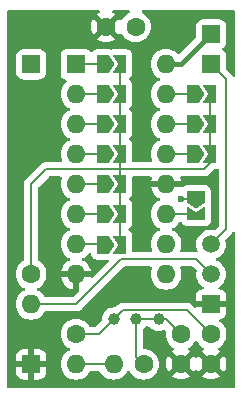
<source format=gbr>
%TF.GenerationSoftware,KiCad,Pcbnew,8.0.6*%
%TF.CreationDate,2024-11-20T20:55:38+11:00*%
%TF.ProjectId,clock-divider,636c6f63-6b2d-4646-9976-696465722e6b,1*%
%TF.SameCoordinates,Original*%
%TF.FileFunction,Copper,L2,Bot*%
%TF.FilePolarity,Positive*%
%FSLAX46Y46*%
G04 Gerber Fmt 4.6, Leading zero omitted, Abs format (unit mm)*
G04 Created by KiCad (PCBNEW 8.0.6) date 2024-11-20 20:55:38*
%MOMM*%
%LPD*%
G01*
G04 APERTURE LIST*
G04 Aperture macros list*
%AMRoundRect*
0 Rectangle with rounded corners*
0 $1 Rounding radius*
0 $2 $3 $4 $5 $6 $7 $8 $9 X,Y pos of 4 corners*
0 Add a 4 corners polygon primitive as box body*
4,1,4,$2,$3,$4,$5,$6,$7,$8,$9,$2,$3,0*
0 Add four circle primitives for the rounded corners*
1,1,$1+$1,$2,$3*
1,1,$1+$1,$4,$5*
1,1,$1+$1,$6,$7*
1,1,$1+$1,$8,$9*
0 Add four rect primitives between the rounded corners*
20,1,$1+$1,$2,$3,$4,$5,0*
20,1,$1+$1,$4,$5,$6,$7,0*
20,1,$1+$1,$6,$7,$8,$9,0*
20,1,$1+$1,$8,$9,$2,$3,0*%
%AMFreePoly0*
4,1,6,1.000000,0.000000,0.500000,-0.750000,-0.500000,-0.750000,-0.500000,0.750000,0.500000,0.750000,1.000000,0.000000,1.000000,0.000000,$1*%
%AMFreePoly1*
4,1,6,0.500000,-0.750000,-0.650000,-0.750000,-0.150000,0.000000,-0.650000,0.750000,0.500000,0.750000,0.500000,-0.750000,0.500000,-0.750000,$1*%
G04 Aperture macros list end*
%TA.AperFunction,ComponentPad*%
%ADD10R,1.600000X1.600000*%
%TD*%
%TA.AperFunction,ComponentPad*%
%ADD11O,1.600000X1.600000*%
%TD*%
%TA.AperFunction,ComponentPad*%
%ADD12RoundRect,0.250000X-0.550000X-0.550000X0.550000X-0.550000X0.550000X0.550000X-0.550000X0.550000X0*%
%TD*%
%TA.AperFunction,ComponentPad*%
%ADD13C,1.600000*%
%TD*%
%TA.AperFunction,ComponentPad*%
%ADD14R,1.500000X1.500000*%
%TD*%
%TA.AperFunction,ComponentPad*%
%ADD15C,1.500000*%
%TD*%
%TA.AperFunction,ComponentPad*%
%ADD16C,1.000000*%
%TD*%
%TA.AperFunction,SMDPad,CuDef*%
%ADD17FreePoly0,0.000000*%
%TD*%
%TA.AperFunction,SMDPad,CuDef*%
%ADD18FreePoly1,0.000000*%
%TD*%
%TA.AperFunction,SMDPad,CuDef*%
%ADD19FreePoly0,270.000000*%
%TD*%
%TA.AperFunction,SMDPad,CuDef*%
%ADD20FreePoly1,270.000000*%
%TD*%
%TA.AperFunction,ViaPad*%
%ADD21C,0.600000*%
%TD*%
%TA.AperFunction,Conductor*%
%ADD22C,0.200000*%
%TD*%
%TA.AperFunction,Conductor*%
%ADD23C,0.400000*%
%TD*%
G04 APERTURE END LIST*
D10*
%TO.P,U1,1,Q12*%
%TO.N,Net-(JP8-A)*%
X67310000Y-76200000D03*
D11*
%TO.P,U1,2,Q13*%
%TO.N,Net-(JP9-A)*%
X67310000Y-78740000D03*
%TO.P,U1,3,Q14*%
%TO.N,Net-(JP10-A)*%
X67310000Y-81280000D03*
%TO.P,U1,4,Q6*%
%TO.N,Net-(JP3-A)*%
X67310000Y-83820000D03*
%TO.P,U1,5,Q5*%
%TO.N,Net-(JP2-A)*%
X67310000Y-86360000D03*
%TO.P,U1,6,Q7*%
%TO.N,Net-(JP4-A)*%
X67310000Y-88900000D03*
%TO.P,U1,7,Q4*%
%TO.N,Net-(JP1-A)*%
X67310000Y-91440000D03*
%TO.P,U1,8,VSS*%
%TO.N,GND*%
X67310000Y-93980000D03*
%TO.P,U1,9,~{\u03A60}*%
%TO.N,unconnected-(U1-~{\u03A60}-Pad9)*%
X74930000Y-93980000D03*
%TO.P,U1,10,\u03A60*%
%TO.N,Net-(U1-\u03A60)*%
X74930000Y-91440000D03*
%TO.P,U1,11,~{\u03A61}*%
%TO.N,Net-(JP11-B)*%
X74930000Y-88900000D03*
%TO.P,U1,12,CLR*%
%TO.N,GND*%
X74930000Y-86360000D03*
%TO.P,U1,13,Q9*%
%TO.N,Net-(JP6-A)*%
X74930000Y-83820000D03*
%TO.P,U1,14,Q8*%
%TO.N,Net-(JP5-A)*%
X74930000Y-81280000D03*
%TO.P,U1,15,Q10*%
%TO.N,Net-(JP7-A)*%
X74930000Y-78740000D03*
%TO.P,U1,16,VDD*%
%TO.N,+5V*%
X74930000Y-76200000D03*
%TD*%
D12*
%TO.P,J2,1,Pin_1*%
%TO.N,+5V*%
X78740000Y-73660000D03*
%TD*%
%TO.P,J3,1,Pin_1*%
%TO.N,Net-(J3-Pin_1)*%
X63500000Y-76200000D03*
%TD*%
D13*
%TO.P,C3,1*%
%TO.N,+5V*%
X72350000Y-73025000D03*
%TO.P,C3,2*%
%TO.N,GND*%
X69850000Y-73025000D03*
%TD*%
%TO.P,R3,1*%
%TO.N,Net-(JP1-B)*%
X63500000Y-93980000D03*
D11*
%TO.P,R3,2*%
%TO.N,Net-(Q1-B)*%
X63500000Y-96520000D03*
%TD*%
D14*
%TO.P,Q1,1,E*%
%TO.N,GND*%
X78740000Y-96520000D03*
D15*
%TO.P,Q1,2,B*%
%TO.N,Net-(Q1-B)*%
X78740000Y-93980000D03*
%TO.P,Q1,3,C*%
%TO.N,Net-(J4-Pin_1)*%
X78740000Y-91440000D03*
%TD*%
D12*
%TO.P,J1,1,Pin_1*%
%TO.N,GND*%
X63500000Y-101600000D03*
%TD*%
D13*
%TO.P,R2,1*%
%TO.N,Net-(C1-Pad1)*%
X73025000Y-101600000D03*
D11*
%TO.P,R2,2*%
%TO.N,Net-(U1-\u03A60)*%
X70485000Y-101600000D03*
%TD*%
D13*
%TO.P,C1,1*%
%TO.N,Net-(C1-Pad1)*%
X76200000Y-99060000D03*
%TO.P,C1,2*%
%TO.N,GND*%
X76200000Y-101560000D03*
%TD*%
D16*
%TO.P,Y1,1,1*%
%TO.N,Net-(JP11-B)*%
X70485000Y-97790000D03*
%TO.P,Y1,2,2*%
%TO.N,Net-(C1-Pad1)*%
X72385000Y-97790000D03*
X74295000Y-97790000D03*
%TD*%
D13*
%TO.P,R1,1*%
%TO.N,Net-(JP11-B)*%
X67310000Y-99060000D03*
D11*
%TO.P,R1,2*%
%TO.N,Net-(U1-\u03A60)*%
X67310000Y-101600000D03*
%TD*%
D12*
%TO.P,J4,1,Pin_1*%
%TO.N,Net-(J4-Pin_1)*%
X78740000Y-76200000D03*
%TD*%
D13*
%TO.P,C2,1*%
%TO.N,Net-(JP11-B)*%
X78740000Y-99060000D03*
%TO.P,C2,2*%
%TO.N,GND*%
X78740000Y-101560000D03*
%TD*%
D17*
%TO.P,JP5,1,A*%
%TO.N,Net-(JP5-A)*%
X77220000Y-81280000D03*
D18*
%TO.P,JP5,2,B*%
%TO.N,Net-(JP1-B)*%
X78670000Y-81280000D03*
%TD*%
D19*
%TO.P,JP11,1,A*%
%TO.N,Net-(J3-Pin_1)*%
X77470000Y-87450000D03*
D20*
%TO.P,JP11,2,B*%
%TO.N,Net-(JP11-B)*%
X77470000Y-88900000D03*
%TD*%
D17*
%TO.P,JP9,1,A*%
%TO.N,Net-(JP9-A)*%
X69600000Y-78740000D03*
D18*
%TO.P,JP9,2,B*%
%TO.N,Net-(JP1-B)*%
X71050000Y-78740000D03*
%TD*%
D17*
%TO.P,JP4,1,A*%
%TO.N,Net-(JP4-A)*%
X69600000Y-88900000D03*
D18*
%TO.P,JP4,2,B*%
%TO.N,Net-(JP1-B)*%
X71050000Y-88900000D03*
%TD*%
D17*
%TO.P,JP1,1,A*%
%TO.N,Net-(JP1-A)*%
X69600000Y-91490000D03*
D18*
%TO.P,JP1,2,B*%
%TO.N,Net-(JP1-B)*%
X71050000Y-91490000D03*
%TD*%
D17*
%TO.P,JP3,1,A*%
%TO.N,Net-(JP3-A)*%
X69600000Y-83820000D03*
D18*
%TO.P,JP3,2,B*%
%TO.N,Net-(JP1-B)*%
X71050000Y-83820000D03*
%TD*%
D17*
%TO.P,JP8,1,A*%
%TO.N,Net-(JP8-A)*%
X69600000Y-76200000D03*
D18*
%TO.P,JP8,2,B*%
%TO.N,Net-(JP1-B)*%
X71050000Y-76200000D03*
%TD*%
D17*
%TO.P,JP10,1,A*%
%TO.N,Net-(JP10-A)*%
X69600000Y-81280000D03*
D18*
%TO.P,JP10,2,B*%
%TO.N,Net-(JP1-B)*%
X71050000Y-81280000D03*
%TD*%
D17*
%TO.P,JP2,1,A*%
%TO.N,Net-(JP2-A)*%
X69600000Y-86360000D03*
D18*
%TO.P,JP2,2,B*%
%TO.N,Net-(JP1-B)*%
X71050000Y-86360000D03*
%TD*%
D17*
%TO.P,JP6,1,A*%
%TO.N,Net-(JP6-A)*%
X77220000Y-83820000D03*
D18*
%TO.P,JP6,2,B*%
%TO.N,Net-(JP1-B)*%
X78670000Y-83820000D03*
%TD*%
D17*
%TO.P,JP7,1,A*%
%TO.N,Net-(JP7-A)*%
X77220000Y-78740000D03*
D18*
%TO.P,JP7,2,B*%
%TO.N,Net-(JP1-B)*%
X78670000Y-78740000D03*
%TD*%
D21*
%TO.N,Net-(J3-Pin_1)*%
X76200000Y-87630000D03*
%TD*%
D22*
%TO.N,Net-(U1-\u03A60)*%
X67310000Y-101600000D02*
X70485000Y-101600000D01*
%TO.N,Net-(C1-Pad1)*%
X72385000Y-100960000D02*
X73025000Y-101600000D01*
X74930000Y-97790000D02*
X74295000Y-97790000D01*
X76200000Y-99060000D02*
X74930000Y-97790000D01*
X72385000Y-97790000D02*
X72385000Y-100960000D01*
X74295000Y-97790000D02*
X72385000Y-97790000D01*
D23*
%TO.N,+5V*%
X74680000Y-76215000D02*
X76185000Y-76215000D01*
X76185000Y-76215000D02*
X78740000Y-73660000D01*
D22*
%TO.N,Net-(JP1-B)*%
X78670000Y-83820000D02*
X78670000Y-84575000D01*
X78670000Y-78740000D02*
X78670000Y-83820000D01*
X64770000Y-85090000D02*
X71120000Y-85090000D01*
X63500000Y-93980000D02*
X63500000Y-86360000D01*
X71120000Y-85090000D02*
X71050000Y-85090000D01*
X78155000Y-85090000D02*
X71120000Y-85090000D01*
X63500000Y-86360000D02*
X64770000Y-85090000D01*
X71050000Y-91490000D02*
X71050000Y-85160000D01*
X71050000Y-85160000D02*
X71120000Y-85090000D01*
X71050000Y-76200000D02*
X71050000Y-85090000D01*
X78670000Y-84575000D02*
X78155000Y-85090000D01*
%TO.N,Net-(JP1-A)*%
X67060000Y-91455000D02*
X69565000Y-91455000D01*
X69565000Y-91455000D02*
X69600000Y-91490000D01*
%TO.N,Net-(JP2-A)*%
X67060000Y-86375000D02*
X69585000Y-86375000D01*
X69585000Y-86375000D02*
X69600000Y-86360000D01*
%TO.N,Net-(JP3-A)*%
X69585000Y-83835000D02*
X69600000Y-83820000D01*
X67060000Y-83835000D02*
X69585000Y-83835000D01*
%TO.N,Net-(JP4-A)*%
X67060000Y-88915000D02*
X69585000Y-88915000D01*
X69585000Y-88915000D02*
X69600000Y-88900000D01*
%TO.N,Net-(JP5-A)*%
X74680000Y-81295000D02*
X77205000Y-81295000D01*
X77205000Y-81295000D02*
X77220000Y-81280000D01*
%TO.N,Net-(JP6-A)*%
X74680000Y-83835000D02*
X77205000Y-83835000D01*
X77205000Y-83835000D02*
X77220000Y-83820000D01*
%TO.N,Net-(JP7-A)*%
X77205000Y-78755000D02*
X77220000Y-78740000D01*
X74680000Y-78755000D02*
X77205000Y-78755000D01*
%TO.N,Net-(JP8-A)*%
X67060000Y-76215000D02*
X69585000Y-76215000D01*
X69585000Y-76215000D02*
X69600000Y-76200000D01*
%TO.N,Net-(JP9-A)*%
X69585000Y-78755000D02*
X69600000Y-78740000D01*
X67060000Y-78755000D02*
X69585000Y-78755000D01*
%TO.N,Net-(JP10-A)*%
X67060000Y-81295000D02*
X69585000Y-81295000D01*
X69585000Y-81295000D02*
X69600000Y-81280000D01*
%TO.N,Net-(J3-Pin_1)*%
X76200000Y-87630000D02*
X77290000Y-87630000D01*
X77290000Y-87630000D02*
X77470000Y-87450000D01*
%TO.N,Net-(Q1-B)*%
X63500000Y-96520000D02*
X67340686Y-96520000D01*
X67340686Y-96520000D02*
X71150686Y-92710000D01*
X77470000Y-92710000D02*
X78740000Y-93980000D01*
X71150686Y-92710000D02*
X77470000Y-92710000D01*
%TO.N,Net-(J4-Pin_1)*%
X80010000Y-90170000D02*
X78740000Y-91440000D01*
X78740000Y-76200000D02*
X80010000Y-77470000D01*
X80010000Y-77470000D02*
X80010000Y-90170000D01*
%TO.N,Net-(JP11-B)*%
X69220000Y-99060000D02*
X70490000Y-97790000D01*
X70490000Y-97790000D02*
X71290000Y-96990000D01*
X76670000Y-96990000D02*
X78740000Y-99060000D01*
X77470000Y-88900000D02*
X74695000Y-88900000D01*
X71290000Y-96990000D02*
X76670000Y-96990000D01*
X67310000Y-99060000D02*
X69220000Y-99060000D01*
%TD*%
%TA.AperFunction,Conductor*%
%TO.N,GND*%
G36*
X69293609Y-71640185D02*
G01*
X69339364Y-71692989D01*
X69349308Y-71762147D01*
X69320283Y-71825703D01*
X69278974Y-71856882D01*
X69197520Y-71894864D01*
X69197512Y-71894868D01*
X69124526Y-71945973D01*
X69124526Y-71945974D01*
X69803553Y-72625000D01*
X69797339Y-72625000D01*
X69695606Y-72652259D01*
X69604394Y-72704920D01*
X69529920Y-72779394D01*
X69477259Y-72870606D01*
X69450000Y-72972339D01*
X69450000Y-72978552D01*
X68770974Y-72299526D01*
X68770973Y-72299526D01*
X68719868Y-72372512D01*
X68719866Y-72372516D01*
X68623734Y-72578673D01*
X68623730Y-72578682D01*
X68564860Y-72798389D01*
X68564858Y-72798400D01*
X68545034Y-73024997D01*
X68545034Y-73025002D01*
X68564858Y-73251599D01*
X68564860Y-73251610D01*
X68623730Y-73471317D01*
X68623735Y-73471331D01*
X68719863Y-73677478D01*
X68770974Y-73750472D01*
X69450000Y-73071446D01*
X69450000Y-73077661D01*
X69477259Y-73179394D01*
X69529920Y-73270606D01*
X69604394Y-73345080D01*
X69695606Y-73397741D01*
X69797339Y-73425000D01*
X69803553Y-73425000D01*
X69124526Y-74104025D01*
X69197513Y-74155132D01*
X69197521Y-74155136D01*
X69403668Y-74251264D01*
X69403682Y-74251269D01*
X69623389Y-74310139D01*
X69623400Y-74310141D01*
X69849998Y-74329966D01*
X69850002Y-74329966D01*
X70076599Y-74310141D01*
X70076610Y-74310139D01*
X70296317Y-74251269D01*
X70296331Y-74251264D01*
X70502478Y-74155136D01*
X70575471Y-74104024D01*
X69896447Y-73425000D01*
X69902661Y-73425000D01*
X70004394Y-73397741D01*
X70095606Y-73345080D01*
X70170080Y-73270606D01*
X70222741Y-73179394D01*
X70250000Y-73077661D01*
X70250000Y-73071447D01*
X70929024Y-73750471D01*
X70980134Y-73677481D01*
X70987340Y-73662028D01*
X71033511Y-73609587D01*
X71100704Y-73590433D01*
X71167585Y-73610646D01*
X71212105Y-73662022D01*
X71219430Y-73677730D01*
X71219432Y-73677734D01*
X71349954Y-73864141D01*
X71510858Y-74025045D01*
X71510861Y-74025047D01*
X71697266Y-74155568D01*
X71903504Y-74251739D01*
X72123308Y-74310635D01*
X72285230Y-74324801D01*
X72349998Y-74330468D01*
X72350000Y-74330468D01*
X72350002Y-74330468D01*
X72406673Y-74325509D01*
X72576692Y-74310635D01*
X72796496Y-74251739D01*
X73002734Y-74155568D01*
X73189139Y-74025047D01*
X73350047Y-73864139D01*
X73480568Y-73677734D01*
X73576739Y-73471496D01*
X73635635Y-73251692D01*
X73655468Y-73025000D01*
X73635635Y-72798308D01*
X73576739Y-72578504D01*
X73480568Y-72372266D01*
X73350047Y-72185861D01*
X73350045Y-72185858D01*
X73189141Y-72024954D01*
X73002734Y-71894432D01*
X73002732Y-71894431D01*
X72922208Y-71856882D01*
X72869769Y-71810709D01*
X72850617Y-71743516D01*
X72870833Y-71676635D01*
X72923998Y-71631300D01*
X72974613Y-71620500D01*
X80655500Y-71620500D01*
X80722539Y-71640185D01*
X80768294Y-71692989D01*
X80779500Y-71744500D01*
X80779500Y-77139039D01*
X80759815Y-77206078D01*
X80707011Y-77251833D01*
X80637853Y-77261777D01*
X80574297Y-77232752D01*
X80548115Y-77201043D01*
X80540640Y-77188097D01*
X80540637Y-77188092D01*
X80512317Y-77139039D01*
X80490520Y-77101284D01*
X80378716Y-76989480D01*
X80378715Y-76989479D01*
X80374385Y-76985149D01*
X80374374Y-76985139D01*
X80076818Y-76687583D01*
X80043333Y-76626260D01*
X80040499Y-76599902D01*
X80040499Y-75599998D01*
X80040498Y-75599981D01*
X80029999Y-75497203D01*
X80029998Y-75497200D01*
X80007902Y-75430520D01*
X79974814Y-75330666D01*
X79882712Y-75181344D01*
X79758656Y-75057288D01*
X79758655Y-75057287D01*
X79723395Y-75035539D01*
X79676670Y-74983591D01*
X79665447Y-74914629D01*
X79693290Y-74850547D01*
X79723395Y-74824461D01*
X79758656Y-74802712D01*
X79882712Y-74678656D01*
X79974814Y-74529334D01*
X80029999Y-74362797D01*
X80040500Y-74260009D01*
X80040499Y-73059992D01*
X80036924Y-73024999D01*
X80029999Y-72957203D01*
X80029998Y-72957200D01*
X79974814Y-72790666D01*
X79882712Y-72641344D01*
X79758656Y-72517288D01*
X79609334Y-72425186D01*
X79442797Y-72370001D01*
X79442795Y-72370000D01*
X79340010Y-72359500D01*
X78139998Y-72359500D01*
X78139981Y-72359501D01*
X78037203Y-72370000D01*
X78037200Y-72370001D01*
X77870668Y-72425185D01*
X77870663Y-72425187D01*
X77721342Y-72517289D01*
X77597289Y-72641342D01*
X77505187Y-72790663D01*
X77505185Y-72790668D01*
X77502652Y-72798313D01*
X77450001Y-72957203D01*
X77450001Y-72957204D01*
X77450000Y-72957204D01*
X77439500Y-73059983D01*
X77439500Y-73918480D01*
X77419815Y-73985519D01*
X77403181Y-74006161D01*
X76076945Y-75332396D01*
X76015622Y-75365881D01*
X75945930Y-75360897D01*
X75901583Y-75332396D01*
X75769141Y-75199954D01*
X75582734Y-75069432D01*
X75582732Y-75069431D01*
X75376497Y-74973261D01*
X75376488Y-74973258D01*
X75156697Y-74914366D01*
X75156693Y-74914365D01*
X75156692Y-74914365D01*
X75156691Y-74914364D01*
X75156686Y-74914364D01*
X74930002Y-74894532D01*
X74929998Y-74894532D01*
X74703313Y-74914364D01*
X74703302Y-74914366D01*
X74483511Y-74973258D01*
X74483502Y-74973261D01*
X74277267Y-75069431D01*
X74277265Y-75069432D01*
X74090858Y-75199954D01*
X73929954Y-75360858D01*
X73799432Y-75547265D01*
X73799431Y-75547267D01*
X73703261Y-75753502D01*
X73703258Y-75753511D01*
X73644366Y-75973302D01*
X73644364Y-75973313D01*
X73624532Y-76199998D01*
X73624532Y-76200001D01*
X73644364Y-76426686D01*
X73644366Y-76426697D01*
X73703258Y-76646488D01*
X73703261Y-76646497D01*
X73799431Y-76852732D01*
X73799432Y-76852734D01*
X73929954Y-77039141D01*
X74090858Y-77200045D01*
X74090861Y-77200047D01*
X74277266Y-77330568D01*
X74335275Y-77357618D01*
X74387714Y-77403791D01*
X74406866Y-77470984D01*
X74386650Y-77537865D01*
X74335275Y-77582382D01*
X74277267Y-77609431D01*
X74277265Y-77609432D01*
X74090858Y-77739954D01*
X73929954Y-77900858D01*
X73799432Y-78087265D01*
X73799431Y-78087267D01*
X73703261Y-78293502D01*
X73703258Y-78293511D01*
X73644366Y-78513302D01*
X73644364Y-78513313D01*
X73624532Y-78739998D01*
X73624532Y-78740001D01*
X73644364Y-78966686D01*
X73644366Y-78966697D01*
X73703258Y-79186488D01*
X73703261Y-79186497D01*
X73799431Y-79392732D01*
X73799432Y-79392734D01*
X73929954Y-79579141D01*
X74090858Y-79740045D01*
X74090861Y-79740047D01*
X74277266Y-79870568D01*
X74335275Y-79897618D01*
X74387714Y-79943791D01*
X74406866Y-80010984D01*
X74386650Y-80077865D01*
X74335275Y-80122382D01*
X74277267Y-80149431D01*
X74277265Y-80149432D01*
X74090858Y-80279954D01*
X73929954Y-80440858D01*
X73799432Y-80627265D01*
X73799431Y-80627267D01*
X73703261Y-80833502D01*
X73703258Y-80833511D01*
X73644366Y-81053302D01*
X73644364Y-81053313D01*
X73624532Y-81279998D01*
X73624532Y-81280001D01*
X73644364Y-81506686D01*
X73644366Y-81506697D01*
X73703258Y-81726488D01*
X73703261Y-81726497D01*
X73799431Y-81932732D01*
X73799432Y-81932734D01*
X73929954Y-82119141D01*
X74090858Y-82280045D01*
X74090861Y-82280047D01*
X74277266Y-82410568D01*
X74335275Y-82437618D01*
X74387714Y-82483791D01*
X74406866Y-82550984D01*
X74386650Y-82617865D01*
X74335275Y-82662382D01*
X74277267Y-82689431D01*
X74277265Y-82689432D01*
X74090858Y-82819954D01*
X73929954Y-82980858D01*
X73799432Y-83167265D01*
X73799431Y-83167267D01*
X73703261Y-83373502D01*
X73703258Y-83373511D01*
X73644366Y-83593302D01*
X73644364Y-83593313D01*
X73624532Y-83819998D01*
X73624532Y-83820001D01*
X73644364Y-84046686D01*
X73644366Y-84046697D01*
X73703258Y-84266488D01*
X73703261Y-84266497D01*
X73724991Y-84313095D01*
X73735483Y-84382172D01*
X73706964Y-84445956D01*
X73648487Y-84484196D01*
X73612609Y-84489500D01*
X72179500Y-84489500D01*
X72112461Y-84469815D01*
X72066706Y-84417011D01*
X72055500Y-84365500D01*
X72055500Y-83070000D01*
X72050355Y-82998060D01*
X72009819Y-82860008D01*
X71932031Y-82738968D01*
X71823294Y-82644746D01*
X71823292Y-82644745D01*
X71818865Y-82640909D01*
X71781091Y-82582130D01*
X71781091Y-82512261D01*
X71818866Y-82453483D01*
X71833021Y-82442885D01*
X71881032Y-82412031D01*
X71975254Y-82303294D01*
X72035024Y-82172416D01*
X72055500Y-82030000D01*
X72055500Y-80530000D01*
X72050355Y-80458060D01*
X72009819Y-80320008D01*
X71932031Y-80198968D01*
X71823294Y-80104746D01*
X71823292Y-80104745D01*
X71818865Y-80100909D01*
X71781091Y-80042130D01*
X71781091Y-79972261D01*
X71818866Y-79913483D01*
X71833021Y-79902885D01*
X71881032Y-79872031D01*
X71975254Y-79763294D01*
X72035024Y-79632416D01*
X72055500Y-79490000D01*
X72055500Y-77990000D01*
X72050355Y-77918060D01*
X72009819Y-77780008D01*
X71966052Y-77711905D01*
X71932032Y-77658969D01*
X71923777Y-77651816D01*
X71823294Y-77564746D01*
X71823292Y-77564745D01*
X71818865Y-77560909D01*
X71781091Y-77502130D01*
X71781091Y-77432261D01*
X71818866Y-77373483D01*
X71833021Y-77362885D01*
X71881032Y-77332031D01*
X71975254Y-77223294D01*
X72035024Y-77092416D01*
X72055500Y-76950000D01*
X72055500Y-75450000D01*
X72050355Y-75378060D01*
X72045315Y-75360897D01*
X72025237Y-75292517D01*
X72009819Y-75240008D01*
X71972118Y-75181344D01*
X71932032Y-75118969D01*
X71932028Y-75118965D01*
X71823299Y-75024750D01*
X71823297Y-75024748D01*
X71823294Y-75024746D01*
X71823290Y-75024744D01*
X71692419Y-74964976D01*
X71692414Y-74964975D01*
X71550000Y-74944500D01*
X70400000Y-74944500D01*
X70399978Y-74944500D01*
X70319669Y-74950923D01*
X70319658Y-74950925D01*
X70291253Y-74959787D01*
X70236680Y-74964151D01*
X70100000Y-74944500D01*
X69100000Y-74944500D01*
X69099997Y-74944500D01*
X69028059Y-74949644D01*
X68890005Y-74990182D01*
X68768969Y-75067967D01*
X68768969Y-75067968D01*
X68718267Y-75126480D01*
X68659488Y-75164254D01*
X68589619Y-75164253D01*
X68530841Y-75126478D01*
X68525289Y-75119588D01*
X68487741Y-75069431D01*
X68467546Y-75042454D01*
X68467544Y-75042453D01*
X68467544Y-75042452D01*
X68352335Y-74956206D01*
X68352328Y-74956202D01*
X68217482Y-74905908D01*
X68217483Y-74905908D01*
X68157883Y-74899501D01*
X68157881Y-74899500D01*
X68157873Y-74899500D01*
X68157864Y-74899500D01*
X66462129Y-74899500D01*
X66462123Y-74899501D01*
X66402516Y-74905908D01*
X66267671Y-74956202D01*
X66267664Y-74956206D01*
X66152455Y-75042452D01*
X66152452Y-75042455D01*
X66066206Y-75157664D01*
X66066202Y-75157671D01*
X66015908Y-75292517D01*
X66009501Y-75352116D01*
X66009500Y-75352135D01*
X66009500Y-77047870D01*
X66009501Y-77047876D01*
X66015908Y-77107483D01*
X66066202Y-77242328D01*
X66066206Y-77242335D01*
X66152452Y-77357544D01*
X66152455Y-77357547D01*
X66267664Y-77443793D01*
X66267671Y-77443797D01*
X66312618Y-77460561D01*
X66402517Y-77494091D01*
X66437596Y-77497862D01*
X66502144Y-77524599D01*
X66541993Y-77581991D01*
X66544488Y-77651816D01*
X66508836Y-77711905D01*
X66495464Y-77722725D01*
X66470858Y-77739954D01*
X66309954Y-77900858D01*
X66179432Y-78087265D01*
X66179431Y-78087267D01*
X66083261Y-78293502D01*
X66083258Y-78293511D01*
X66024366Y-78513302D01*
X66024364Y-78513313D01*
X66004532Y-78739998D01*
X66004532Y-78740001D01*
X66024364Y-78966686D01*
X66024366Y-78966697D01*
X66083258Y-79186488D01*
X66083261Y-79186497D01*
X66179431Y-79392732D01*
X66179432Y-79392734D01*
X66309954Y-79579141D01*
X66470858Y-79740045D01*
X66470861Y-79740047D01*
X66657266Y-79870568D01*
X66715275Y-79897618D01*
X66767714Y-79943791D01*
X66786866Y-80010984D01*
X66766650Y-80077865D01*
X66715275Y-80122382D01*
X66657267Y-80149431D01*
X66657265Y-80149432D01*
X66470858Y-80279954D01*
X66309954Y-80440858D01*
X66179432Y-80627265D01*
X66179431Y-80627267D01*
X66083261Y-80833502D01*
X66083258Y-80833511D01*
X66024366Y-81053302D01*
X66024364Y-81053313D01*
X66004532Y-81279998D01*
X66004532Y-81280001D01*
X66024364Y-81506686D01*
X66024366Y-81506697D01*
X66083258Y-81726488D01*
X66083261Y-81726497D01*
X66179431Y-81932732D01*
X66179432Y-81932734D01*
X66309954Y-82119141D01*
X66470858Y-82280045D01*
X66470861Y-82280047D01*
X66657266Y-82410568D01*
X66715275Y-82437618D01*
X66767714Y-82483791D01*
X66786866Y-82550984D01*
X66766650Y-82617865D01*
X66715275Y-82662382D01*
X66657267Y-82689431D01*
X66657265Y-82689432D01*
X66470858Y-82819954D01*
X66309954Y-82980858D01*
X66179432Y-83167265D01*
X66179431Y-83167267D01*
X66083261Y-83373502D01*
X66083258Y-83373511D01*
X66024366Y-83593302D01*
X66024364Y-83593313D01*
X66004532Y-83819998D01*
X66004532Y-83820001D01*
X66024364Y-84046686D01*
X66024366Y-84046697D01*
X66083258Y-84266488D01*
X66083261Y-84266497D01*
X66104991Y-84313095D01*
X66115483Y-84382172D01*
X66086964Y-84445956D01*
X66028487Y-84484196D01*
X65992609Y-84489500D01*
X64849057Y-84489500D01*
X64690942Y-84489500D01*
X64538215Y-84530423D01*
X64538214Y-84530423D01*
X64538212Y-84530424D01*
X64538209Y-84530425D01*
X64488096Y-84559359D01*
X64488095Y-84559360D01*
X64444689Y-84584420D01*
X64401285Y-84609479D01*
X64401282Y-84609481D01*
X63019481Y-85991282D01*
X63019479Y-85991285D01*
X62969361Y-86078094D01*
X62969359Y-86078096D01*
X62940425Y-86128209D01*
X62940424Y-86128210D01*
X62940423Y-86128215D01*
X62899499Y-86280943D01*
X62899499Y-86280945D01*
X62899499Y-86449046D01*
X62899500Y-86449059D01*
X62899500Y-92748306D01*
X62879815Y-92815345D01*
X62846623Y-92849881D01*
X62660859Y-92979953D01*
X62499954Y-93140858D01*
X62369432Y-93327265D01*
X62369431Y-93327267D01*
X62273261Y-93533502D01*
X62273258Y-93533511D01*
X62214366Y-93753302D01*
X62214364Y-93753313D01*
X62194532Y-93979998D01*
X62194532Y-93980001D01*
X62214364Y-94206686D01*
X62214366Y-94206697D01*
X62273258Y-94426488D01*
X62273261Y-94426497D01*
X62369431Y-94632732D01*
X62369432Y-94632734D01*
X62499954Y-94819141D01*
X62660858Y-94980045D01*
X62660861Y-94980047D01*
X62847266Y-95110568D01*
X62885406Y-95128353D01*
X62905275Y-95137618D01*
X62957714Y-95183791D01*
X62976866Y-95250984D01*
X62956650Y-95317865D01*
X62905275Y-95362382D01*
X62847267Y-95389431D01*
X62847265Y-95389432D01*
X62660858Y-95519954D01*
X62499954Y-95680858D01*
X62369432Y-95867265D01*
X62369431Y-95867267D01*
X62273261Y-96073502D01*
X62273258Y-96073511D01*
X62214366Y-96293302D01*
X62214364Y-96293313D01*
X62194532Y-96519998D01*
X62194532Y-96520001D01*
X62214364Y-96746686D01*
X62214366Y-96746697D01*
X62273258Y-96966488D01*
X62273261Y-96966497D01*
X62369431Y-97172732D01*
X62369432Y-97172734D01*
X62499954Y-97359141D01*
X62660858Y-97520045D01*
X62660861Y-97520047D01*
X62847266Y-97650568D01*
X63053504Y-97746739D01*
X63273308Y-97805635D01*
X63435230Y-97819801D01*
X63499998Y-97825468D01*
X63500000Y-97825468D01*
X63500002Y-97825468D01*
X63556673Y-97820509D01*
X63726692Y-97805635D01*
X63946496Y-97746739D01*
X64152734Y-97650568D01*
X64339139Y-97520047D01*
X64500047Y-97359139D01*
X64630118Y-97173375D01*
X64684693Y-97129752D01*
X64731692Y-97120500D01*
X67254017Y-97120500D01*
X67254033Y-97120501D01*
X67261629Y-97120501D01*
X67419740Y-97120501D01*
X67419743Y-97120501D01*
X67572471Y-97079577D01*
X67641886Y-97039500D01*
X67709402Y-97000520D01*
X67821206Y-96888716D01*
X67821206Y-96888714D01*
X67831410Y-96878511D01*
X67831413Y-96878506D01*
X71363103Y-93346819D01*
X71424426Y-93313334D01*
X71450784Y-93310500D01*
X73612609Y-93310500D01*
X73679648Y-93330185D01*
X73725403Y-93382989D01*
X73735347Y-93452147D01*
X73724991Y-93486905D01*
X73703261Y-93533502D01*
X73703258Y-93533511D01*
X73644366Y-93753302D01*
X73644364Y-93753313D01*
X73624532Y-93979998D01*
X73624532Y-93980001D01*
X73644364Y-94206686D01*
X73644366Y-94206697D01*
X73703258Y-94426488D01*
X73703261Y-94426497D01*
X73799431Y-94632732D01*
X73799432Y-94632734D01*
X73929954Y-94819141D01*
X74090858Y-94980045D01*
X74090861Y-94980047D01*
X74277266Y-95110568D01*
X74483504Y-95206739D01*
X74703308Y-95265635D01*
X74865230Y-95279801D01*
X74929998Y-95285468D01*
X74930000Y-95285468D01*
X74930002Y-95285468D01*
X74986673Y-95280509D01*
X75156692Y-95265635D01*
X75376496Y-95206739D01*
X75582734Y-95110568D01*
X75769139Y-94980047D01*
X75930047Y-94819139D01*
X76060568Y-94632734D01*
X76156739Y-94426496D01*
X76215635Y-94206692D01*
X76235468Y-93980000D01*
X76215635Y-93753308D01*
X76168693Y-93578117D01*
X76156741Y-93533511D01*
X76156738Y-93533502D01*
X76135009Y-93486905D01*
X76124517Y-93417828D01*
X76153036Y-93354044D01*
X76211513Y-93315804D01*
X76247391Y-93310500D01*
X77169903Y-93310500D01*
X77236942Y-93330185D01*
X77257584Y-93346819D01*
X77488882Y-93578117D01*
X77522367Y-93639440D01*
X77520976Y-93697889D01*
X77503795Y-93762011D01*
X77503792Y-93762029D01*
X77484723Y-93979997D01*
X77484723Y-93980002D01*
X77503793Y-94197975D01*
X77503793Y-94197979D01*
X77560422Y-94409322D01*
X77560424Y-94409326D01*
X77560425Y-94409330D01*
X77606661Y-94508484D01*
X77652897Y-94607638D01*
X77652898Y-94607639D01*
X77778402Y-94786877D01*
X77933123Y-94941598D01*
X78079977Y-95044426D01*
X78123601Y-95099002D01*
X78130793Y-95168501D01*
X78099271Y-95230855D01*
X78039041Y-95266269D01*
X78008852Y-95270000D01*
X77942155Y-95270000D01*
X77882627Y-95276401D01*
X77882620Y-95276403D01*
X77747913Y-95326645D01*
X77747906Y-95326649D01*
X77632812Y-95412809D01*
X77632809Y-95412812D01*
X77546649Y-95527906D01*
X77546645Y-95527913D01*
X77496403Y-95662620D01*
X77496401Y-95662627D01*
X77490000Y-95722155D01*
X77490000Y-96270000D01*
X78424314Y-96270000D01*
X78419920Y-96274394D01*
X78367259Y-96365606D01*
X78340000Y-96467339D01*
X78340000Y-96572661D01*
X78367259Y-96674394D01*
X78419920Y-96765606D01*
X78424314Y-96770000D01*
X77489999Y-96770000D01*
X77482297Y-96777702D01*
X77420974Y-96811187D01*
X77351282Y-96806201D01*
X77306936Y-96777701D01*
X77157590Y-96628355D01*
X77157588Y-96628352D01*
X77038717Y-96509481D01*
X77038716Y-96509480D01*
X76951904Y-96459360D01*
X76951904Y-96459359D01*
X76951900Y-96459358D01*
X76901785Y-96430423D01*
X76749057Y-96389499D01*
X76590943Y-96389499D01*
X76583347Y-96389499D01*
X76583331Y-96389500D01*
X71376669Y-96389500D01*
X71376653Y-96389499D01*
X71369057Y-96389499D01*
X71210943Y-96389499D01*
X71103587Y-96418265D01*
X71058210Y-96430424D01*
X71058209Y-96430425D01*
X71008096Y-96459359D01*
X71008095Y-96459360D01*
X70994275Y-96467339D01*
X70921285Y-96509479D01*
X70921282Y-96509481D01*
X70858103Y-96572661D01*
X70809480Y-96621284D01*
X70809478Y-96621286D01*
X70684078Y-96746686D01*
X70673131Y-96757633D01*
X70611808Y-96791117D01*
X70573298Y-96793354D01*
X70485001Y-96784659D01*
X70485000Y-96784659D01*
X70288870Y-96803975D01*
X70100266Y-96861188D01*
X69926467Y-96954086D01*
X69926460Y-96954090D01*
X69774116Y-97079116D01*
X69649090Y-97231460D01*
X69649086Y-97231467D01*
X69556188Y-97405266D01*
X69498975Y-97593870D01*
X69479659Y-97790000D01*
X69488355Y-97878297D01*
X69475336Y-97946943D01*
X69452633Y-97978131D01*
X69007584Y-98423181D01*
X68946261Y-98456666D01*
X68919903Y-98459500D01*
X68541692Y-98459500D01*
X68474653Y-98439815D01*
X68440119Y-98406625D01*
X68310047Y-98220861D01*
X68310045Y-98220858D01*
X68149141Y-98059954D01*
X67962734Y-97929432D01*
X67962732Y-97929431D01*
X67756497Y-97833261D01*
X67756488Y-97833258D01*
X67536697Y-97774366D01*
X67536693Y-97774365D01*
X67536692Y-97774365D01*
X67536691Y-97774364D01*
X67536686Y-97774364D01*
X67310002Y-97754532D01*
X67309998Y-97754532D01*
X67083313Y-97774364D01*
X67083302Y-97774366D01*
X66863511Y-97833258D01*
X66863502Y-97833261D01*
X66657267Y-97929431D01*
X66657265Y-97929432D01*
X66470858Y-98059954D01*
X66309954Y-98220858D01*
X66179432Y-98407265D01*
X66179431Y-98407267D01*
X66083261Y-98613502D01*
X66083258Y-98613511D01*
X66024366Y-98833302D01*
X66024364Y-98833313D01*
X66004532Y-99059998D01*
X66004532Y-99060001D01*
X66024364Y-99286686D01*
X66024366Y-99286697D01*
X66083258Y-99506488D01*
X66083261Y-99506497D01*
X66179431Y-99712732D01*
X66179432Y-99712734D01*
X66309954Y-99899141D01*
X66470858Y-100060045D01*
X66470861Y-100060047D01*
X66657266Y-100190568D01*
X66715275Y-100217618D01*
X66767714Y-100263791D01*
X66786866Y-100330984D01*
X66766650Y-100397865D01*
X66715275Y-100442382D01*
X66657267Y-100469431D01*
X66657265Y-100469432D01*
X66470858Y-100599954D01*
X66309954Y-100760858D01*
X66179432Y-100947265D01*
X66179431Y-100947267D01*
X66083261Y-101153502D01*
X66083258Y-101153511D01*
X66024366Y-101373302D01*
X66024364Y-101373313D01*
X66004532Y-101599998D01*
X66004532Y-101600001D01*
X66024364Y-101826686D01*
X66024366Y-101826697D01*
X66083258Y-102046488D01*
X66083261Y-102046497D01*
X66179431Y-102252732D01*
X66179432Y-102252734D01*
X66309954Y-102439141D01*
X66470858Y-102600045D01*
X66470861Y-102600047D01*
X66657266Y-102730568D01*
X66863504Y-102826739D01*
X66863509Y-102826740D01*
X66863511Y-102826741D01*
X66916415Y-102840916D01*
X67083308Y-102885635D01*
X67245230Y-102899801D01*
X67309998Y-102905468D01*
X67310000Y-102905468D01*
X67310002Y-102905468D01*
X67372522Y-102899998D01*
X67536692Y-102885635D01*
X67756496Y-102826739D01*
X67962734Y-102730568D01*
X68149139Y-102600047D01*
X68310047Y-102439139D01*
X68440118Y-102253375D01*
X68494693Y-102209752D01*
X68541692Y-102200500D01*
X69253308Y-102200500D01*
X69320347Y-102220185D01*
X69354880Y-102253374D01*
X69440480Y-102375624D01*
X69484954Y-102439141D01*
X69645858Y-102600045D01*
X69645861Y-102600047D01*
X69832266Y-102730568D01*
X70038504Y-102826739D01*
X70038509Y-102826740D01*
X70038511Y-102826741D01*
X70091415Y-102840916D01*
X70258308Y-102885635D01*
X70420230Y-102899801D01*
X70484998Y-102905468D01*
X70485000Y-102905468D01*
X70485002Y-102905468D01*
X70547522Y-102899998D01*
X70711692Y-102885635D01*
X70931496Y-102826739D01*
X71137734Y-102730568D01*
X71324139Y-102600047D01*
X71485047Y-102439139D01*
X71615568Y-102252734D01*
X71642618Y-102194724D01*
X71688790Y-102142285D01*
X71755983Y-102123133D01*
X71822865Y-102143348D01*
X71867382Y-102194725D01*
X71894429Y-102252728D01*
X71894432Y-102252734D01*
X72024954Y-102439141D01*
X72185858Y-102600045D01*
X72185861Y-102600047D01*
X72372266Y-102730568D01*
X72578504Y-102826739D01*
X72578509Y-102826740D01*
X72578511Y-102826741D01*
X72631415Y-102840916D01*
X72798308Y-102885635D01*
X72960230Y-102899801D01*
X73024998Y-102905468D01*
X73025000Y-102905468D01*
X73025002Y-102905468D01*
X73087522Y-102899998D01*
X73251692Y-102885635D01*
X73471496Y-102826739D01*
X73677734Y-102730568D01*
X73864139Y-102600047D01*
X74025047Y-102439139D01*
X74155568Y-102252734D01*
X74251739Y-102046496D01*
X74310635Y-101826692D01*
X74330468Y-101600000D01*
X74326968Y-101560000D01*
X74314352Y-101415795D01*
X74310635Y-101373308D01*
X74251739Y-101153504D01*
X74155568Y-100947266D01*
X74025047Y-100760861D01*
X74025045Y-100760858D01*
X73864141Y-100599954D01*
X73677734Y-100469432D01*
X73677732Y-100469431D01*
X73471497Y-100373261D01*
X73471488Y-100373258D01*
X73251697Y-100314366D01*
X73251687Y-100314364D01*
X73098692Y-100300979D01*
X73033624Y-100275526D01*
X72992645Y-100218935D01*
X72985500Y-100177451D01*
X72985500Y-98650119D01*
X73005185Y-98583080D01*
X73030833Y-98554267D01*
X73095883Y-98500883D01*
X73132171Y-98456666D01*
X73149267Y-98435835D01*
X73207012Y-98396501D01*
X73245120Y-98390500D01*
X73434880Y-98390500D01*
X73501919Y-98410185D01*
X73530733Y-98435835D01*
X73584116Y-98500883D01*
X73736460Y-98625909D01*
X73736467Y-98625913D01*
X73910266Y-98718811D01*
X73910269Y-98718811D01*
X73910273Y-98718814D01*
X74098868Y-98776024D01*
X74295000Y-98795341D01*
X74491132Y-98776024D01*
X74679727Y-98718814D01*
X74737137Y-98688127D01*
X74805537Y-98673886D01*
X74870781Y-98698885D01*
X74912152Y-98755190D01*
X74916515Y-98824923D01*
X74915365Y-98829576D01*
X74914366Y-98833303D01*
X74914364Y-98833313D01*
X74894532Y-99059998D01*
X74894532Y-99060001D01*
X74914364Y-99286686D01*
X74914366Y-99286697D01*
X74973258Y-99506488D01*
X74973261Y-99506497D01*
X75069431Y-99712732D01*
X75069432Y-99712734D01*
X75199954Y-99899141D01*
X75360858Y-100060045D01*
X75360861Y-100060047D01*
X75547266Y-100190568D01*
X75562975Y-100197893D01*
X75615414Y-100244064D01*
X75634567Y-100311257D01*
X75614352Y-100378138D01*
X75562979Y-100422656D01*
X75547514Y-100429867D01*
X75547512Y-100429868D01*
X75474526Y-100480973D01*
X75474526Y-100480974D01*
X76153553Y-101160000D01*
X76147339Y-101160000D01*
X76045606Y-101187259D01*
X75954394Y-101239920D01*
X75879920Y-101314394D01*
X75827259Y-101405606D01*
X75800000Y-101507339D01*
X75800000Y-101513552D01*
X75120974Y-100834526D01*
X75120973Y-100834526D01*
X75069868Y-100907512D01*
X75069866Y-100907516D01*
X74973734Y-101113673D01*
X74973730Y-101113682D01*
X74914860Y-101333389D01*
X74914858Y-101333400D01*
X74895034Y-101559997D01*
X74895034Y-101560002D01*
X74914858Y-101786599D01*
X74914860Y-101786610D01*
X74973730Y-102006317D01*
X74973735Y-102006331D01*
X75069863Y-102212478D01*
X75120974Y-102285472D01*
X75800000Y-101606446D01*
X75800000Y-101612661D01*
X75827259Y-101714394D01*
X75879920Y-101805606D01*
X75954394Y-101880080D01*
X76045606Y-101932741D01*
X76147339Y-101960000D01*
X76153553Y-101960000D01*
X75474526Y-102639025D01*
X75547513Y-102690132D01*
X75547521Y-102690136D01*
X75753668Y-102786264D01*
X75753682Y-102786269D01*
X75973389Y-102845139D01*
X75973400Y-102845141D01*
X76199998Y-102864966D01*
X76200002Y-102864966D01*
X76426599Y-102845141D01*
X76426610Y-102845139D01*
X76646317Y-102786269D01*
X76646331Y-102786264D01*
X76852478Y-102690136D01*
X76925471Y-102639024D01*
X76246447Y-101960000D01*
X76252661Y-101960000D01*
X76354394Y-101932741D01*
X76445606Y-101880080D01*
X76520080Y-101805606D01*
X76572741Y-101714394D01*
X76600000Y-101612661D01*
X76600000Y-101606447D01*
X77279024Y-102285471D01*
X77330136Y-102212478D01*
X77357618Y-102153544D01*
X77403790Y-102101104D01*
X77470983Y-102081952D01*
X77537864Y-102102167D01*
X77582382Y-102153544D01*
X77609863Y-102212478D01*
X77660974Y-102285472D01*
X78340000Y-101606446D01*
X78340000Y-101612661D01*
X78367259Y-101714394D01*
X78419920Y-101805606D01*
X78494394Y-101880080D01*
X78585606Y-101932741D01*
X78687339Y-101960000D01*
X78693553Y-101960000D01*
X78014526Y-102639025D01*
X78087513Y-102690132D01*
X78087521Y-102690136D01*
X78293668Y-102786264D01*
X78293682Y-102786269D01*
X78513389Y-102845139D01*
X78513400Y-102845141D01*
X78739998Y-102864966D01*
X78740002Y-102864966D01*
X78966599Y-102845141D01*
X78966610Y-102845139D01*
X79186317Y-102786269D01*
X79186331Y-102786264D01*
X79392478Y-102690136D01*
X79465471Y-102639024D01*
X78786447Y-101960000D01*
X78792661Y-101960000D01*
X78894394Y-101932741D01*
X78985606Y-101880080D01*
X79060080Y-101805606D01*
X79112741Y-101714394D01*
X79140000Y-101612661D01*
X79140000Y-101606447D01*
X79819024Y-102285471D01*
X79870136Y-102212478D01*
X79966264Y-102006331D01*
X79966269Y-102006317D01*
X80025139Y-101786610D01*
X80025141Y-101786599D01*
X80044966Y-101560002D01*
X80044966Y-101559997D01*
X80025141Y-101333400D01*
X80025139Y-101333389D01*
X79966269Y-101113682D01*
X79966264Y-101113668D01*
X79870136Y-100907521D01*
X79870132Y-100907513D01*
X79819025Y-100834526D01*
X79140000Y-101513551D01*
X79140000Y-101507339D01*
X79112741Y-101405606D01*
X79060080Y-101314394D01*
X78985606Y-101239920D01*
X78894394Y-101187259D01*
X78792661Y-101160000D01*
X78786448Y-101160000D01*
X79465472Y-100480974D01*
X79392480Y-100429864D01*
X79377024Y-100422657D01*
X79324585Y-100376484D01*
X79305433Y-100309290D01*
X79325649Y-100242409D01*
X79377023Y-100197893D01*
X79392734Y-100190568D01*
X79579139Y-100060047D01*
X79740047Y-99899139D01*
X79870568Y-99712734D01*
X79966739Y-99506496D01*
X80025635Y-99286692D01*
X80045468Y-99060000D01*
X80025635Y-98833308D01*
X79966739Y-98613504D01*
X79870568Y-98407266D01*
X79740047Y-98220861D01*
X79740045Y-98220858D01*
X79579140Y-98059953D01*
X79485354Y-97994284D01*
X79441729Y-97939707D01*
X79434535Y-97870209D01*
X79466058Y-97807854D01*
X79526288Y-97772440D01*
X79543223Y-97769419D01*
X79597379Y-97763596D01*
X79732086Y-97713354D01*
X79732093Y-97713350D01*
X79847187Y-97627190D01*
X79847190Y-97627187D01*
X79933350Y-97512093D01*
X79933354Y-97512086D01*
X79983596Y-97377379D01*
X79983598Y-97377372D01*
X79989999Y-97317844D01*
X79990000Y-97317827D01*
X79990000Y-96770000D01*
X79055686Y-96770000D01*
X79060080Y-96765606D01*
X79112741Y-96674394D01*
X79140000Y-96572661D01*
X79140000Y-96467339D01*
X79112741Y-96365606D01*
X79060080Y-96274394D01*
X79055686Y-96270000D01*
X79990000Y-96270000D01*
X79990000Y-95722172D01*
X79989999Y-95722155D01*
X79983598Y-95662627D01*
X79983596Y-95662620D01*
X79933354Y-95527913D01*
X79933350Y-95527906D01*
X79847190Y-95412812D01*
X79847187Y-95412809D01*
X79732093Y-95326649D01*
X79732086Y-95326645D01*
X79597379Y-95276403D01*
X79597372Y-95276401D01*
X79537844Y-95270000D01*
X79471148Y-95270000D01*
X79404109Y-95250315D01*
X79358354Y-95197511D01*
X79348410Y-95128353D01*
X79377435Y-95064797D01*
X79400020Y-95044428D01*
X79546877Y-94941598D01*
X79701598Y-94786877D01*
X79827102Y-94607639D01*
X79919575Y-94409330D01*
X79976207Y-94197977D01*
X79995277Y-93980000D01*
X79976207Y-93762023D01*
X79927434Y-93580000D01*
X79919577Y-93550677D01*
X79919576Y-93550676D01*
X79919575Y-93550670D01*
X79827102Y-93352362D01*
X79827100Y-93352359D01*
X79827099Y-93352357D01*
X79701599Y-93173124D01*
X79669333Y-93140858D01*
X79546877Y-93018402D01*
X79367639Y-92892898D01*
X79216414Y-92822381D01*
X79163977Y-92776210D01*
X79144825Y-92709016D01*
X79165041Y-92642135D01*
X79216414Y-92597618D01*
X79367639Y-92527102D01*
X79546877Y-92401598D01*
X79701598Y-92246877D01*
X79827102Y-92067639D01*
X79919575Y-91869330D01*
X79976207Y-91657977D01*
X79995277Y-91440000D01*
X79976207Y-91222023D01*
X79959023Y-91157891D01*
X79960685Y-91088043D01*
X79991114Y-91038119D01*
X80368506Y-90660728D01*
X80368511Y-90660724D01*
X80378714Y-90650520D01*
X80378716Y-90650520D01*
X80490520Y-90538716D01*
X80547540Y-90439953D01*
X80548128Y-90438933D01*
X80598702Y-90390732D01*
X80667312Y-90377523D01*
X80732171Y-90403504D01*
X80772688Y-90460426D01*
X80779500Y-90500959D01*
X80779500Y-103515500D01*
X80759815Y-103582539D01*
X80707011Y-103628294D01*
X80655500Y-103639500D01*
X61584500Y-103639500D01*
X61517461Y-103619815D01*
X61471706Y-103567011D01*
X61460500Y-103515500D01*
X61460500Y-102199986D01*
X62200001Y-102199986D01*
X62210494Y-102302697D01*
X62265641Y-102469119D01*
X62265643Y-102469124D01*
X62357684Y-102618345D01*
X62481654Y-102742315D01*
X62630875Y-102834356D01*
X62630880Y-102834358D01*
X62797302Y-102889505D01*
X62797309Y-102889506D01*
X62900019Y-102899999D01*
X63249999Y-102899999D01*
X63750000Y-102899999D01*
X64099972Y-102899999D01*
X64099986Y-102899998D01*
X64202697Y-102889505D01*
X64369119Y-102834358D01*
X64369124Y-102834356D01*
X64518345Y-102742315D01*
X64642315Y-102618345D01*
X64734356Y-102469124D01*
X64734358Y-102469119D01*
X64789505Y-102302697D01*
X64789506Y-102302690D01*
X64799999Y-102199986D01*
X64800000Y-102199973D01*
X64800000Y-101850000D01*
X63750000Y-101850000D01*
X63750000Y-102899999D01*
X63249999Y-102899999D01*
X63250000Y-102899998D01*
X63250000Y-101850000D01*
X62200001Y-101850000D01*
X62200001Y-102199986D01*
X61460500Y-102199986D01*
X61460500Y-101560504D01*
X63200000Y-101560504D01*
X63200000Y-101639496D01*
X63220444Y-101715796D01*
X63259940Y-101784205D01*
X63315795Y-101840060D01*
X63384204Y-101879556D01*
X63460504Y-101900000D01*
X63539496Y-101900000D01*
X63615796Y-101879556D01*
X63684205Y-101840060D01*
X63740060Y-101784205D01*
X63779556Y-101715796D01*
X63800000Y-101639496D01*
X63800000Y-101560504D01*
X63779556Y-101484204D01*
X63740060Y-101415795D01*
X63684205Y-101359940D01*
X63666988Y-101350000D01*
X63750000Y-101350000D01*
X64799999Y-101350000D01*
X64799999Y-101000028D01*
X64799998Y-101000013D01*
X64789505Y-100897302D01*
X64734358Y-100730880D01*
X64734356Y-100730875D01*
X64642315Y-100581654D01*
X64518345Y-100457684D01*
X64369124Y-100365643D01*
X64369119Y-100365641D01*
X64202697Y-100310494D01*
X64202690Y-100310493D01*
X64099986Y-100300000D01*
X63750000Y-100300000D01*
X63750000Y-101350000D01*
X63666988Y-101350000D01*
X63615796Y-101320444D01*
X63539496Y-101300000D01*
X63460504Y-101300000D01*
X63384204Y-101320444D01*
X63315795Y-101359940D01*
X63259940Y-101415795D01*
X63220444Y-101484204D01*
X63200000Y-101560504D01*
X61460500Y-101560504D01*
X61460500Y-101000013D01*
X62200000Y-101000013D01*
X62200000Y-101350000D01*
X63250000Y-101350000D01*
X63250000Y-100300000D01*
X62900028Y-100300000D01*
X62900012Y-100300001D01*
X62797302Y-100310494D01*
X62630880Y-100365641D01*
X62630875Y-100365643D01*
X62481654Y-100457684D01*
X62357684Y-100581654D01*
X62265643Y-100730875D01*
X62265641Y-100730880D01*
X62210494Y-100897302D01*
X62210493Y-100897309D01*
X62200000Y-101000013D01*
X61460500Y-101000013D01*
X61460500Y-75599983D01*
X62199500Y-75599983D01*
X62199500Y-76800001D01*
X62199501Y-76800018D01*
X62210000Y-76902796D01*
X62210001Y-76902799D01*
X62260751Y-77055950D01*
X62265186Y-77069334D01*
X62357288Y-77218656D01*
X62481344Y-77342712D01*
X62630666Y-77434814D01*
X62797203Y-77489999D01*
X62899991Y-77500500D01*
X64100008Y-77500499D01*
X64202797Y-77489999D01*
X64369334Y-77434814D01*
X64518656Y-77342712D01*
X64642712Y-77218656D01*
X64734814Y-77069334D01*
X64789999Y-76902797D01*
X64800500Y-76800009D01*
X64800499Y-75599992D01*
X64789999Y-75497203D01*
X64734814Y-75330666D01*
X64642712Y-75181344D01*
X64518656Y-75057288D01*
X64409858Y-74990181D01*
X64369336Y-74965187D01*
X64369331Y-74965185D01*
X64322431Y-74949644D01*
X64202797Y-74910001D01*
X64202795Y-74910000D01*
X64100010Y-74899500D01*
X62899998Y-74899500D01*
X62899981Y-74899501D01*
X62797203Y-74910000D01*
X62797200Y-74910001D01*
X62630668Y-74965185D01*
X62630663Y-74965187D01*
X62481342Y-75057289D01*
X62357289Y-75181342D01*
X62265187Y-75330663D01*
X62265185Y-75330668D01*
X62258072Y-75352135D01*
X62210001Y-75497203D01*
X62210001Y-75497204D01*
X62210000Y-75497204D01*
X62199500Y-75599983D01*
X61460500Y-75599983D01*
X61460500Y-71744500D01*
X61480185Y-71677461D01*
X61532989Y-71631706D01*
X61584500Y-71620500D01*
X69226570Y-71620500D01*
X69293609Y-71640185D01*
G37*
%TD.AperFunction*%
%TA.AperFunction,Conductor*%
G36*
X77537865Y-99603348D02*
G01*
X77582382Y-99654725D01*
X77609429Y-99712728D01*
X77609432Y-99712734D01*
X77739954Y-99899141D01*
X77900858Y-100060045D01*
X77900861Y-100060047D01*
X78087266Y-100190568D01*
X78102975Y-100197893D01*
X78155414Y-100244064D01*
X78174567Y-100311257D01*
X78154352Y-100378138D01*
X78102979Y-100422656D01*
X78087514Y-100429867D01*
X78087512Y-100429868D01*
X78014526Y-100480973D01*
X78014526Y-100480974D01*
X78693553Y-101160000D01*
X78687339Y-101160000D01*
X78585606Y-101187259D01*
X78494394Y-101239920D01*
X78419920Y-101314394D01*
X78367259Y-101405606D01*
X78340000Y-101507339D01*
X78340000Y-101513552D01*
X77660974Y-100834526D01*
X77660973Y-100834526D01*
X77609868Y-100907512D01*
X77582382Y-100966457D01*
X77536209Y-101018895D01*
X77469015Y-101038047D01*
X77402134Y-101017831D01*
X77357618Y-100966456D01*
X77330134Y-100907517D01*
X77330132Y-100907513D01*
X77279025Y-100834526D01*
X76600000Y-101513551D01*
X76600000Y-101507339D01*
X76572741Y-101405606D01*
X76520080Y-101314394D01*
X76445606Y-101239920D01*
X76354394Y-101187259D01*
X76252661Y-101160000D01*
X76246448Y-101160000D01*
X76925472Y-100480974D01*
X76852480Y-100429864D01*
X76837024Y-100422657D01*
X76784585Y-100376484D01*
X76765433Y-100309290D01*
X76785649Y-100242409D01*
X76837023Y-100197893D01*
X76852734Y-100190568D01*
X77039139Y-100060047D01*
X77200047Y-99899139D01*
X77330568Y-99712734D01*
X77357618Y-99654724D01*
X77403790Y-99602285D01*
X77470983Y-99583133D01*
X77537865Y-99603348D01*
G37*
%TD.AperFunction*%
%TA.AperFunction,Conductor*%
G36*
X66059648Y-85710185D02*
G01*
X66105403Y-85762989D01*
X66115347Y-85832147D01*
X66104991Y-85866905D01*
X66083261Y-85913502D01*
X66083258Y-85913511D01*
X66024366Y-86133302D01*
X66024364Y-86133313D01*
X66004532Y-86359998D01*
X66004532Y-86360001D01*
X66024364Y-86586686D01*
X66024366Y-86586697D01*
X66083258Y-86806488D01*
X66083261Y-86806497D01*
X66179431Y-87012732D01*
X66179432Y-87012734D01*
X66309954Y-87199141D01*
X66470858Y-87360045D01*
X66470861Y-87360047D01*
X66657266Y-87490568D01*
X66714683Y-87517342D01*
X66715275Y-87517618D01*
X66767714Y-87563791D01*
X66786866Y-87630984D01*
X66766650Y-87697865D01*
X66715275Y-87742382D01*
X66657267Y-87769431D01*
X66657265Y-87769432D01*
X66470858Y-87899954D01*
X66309954Y-88060858D01*
X66179432Y-88247265D01*
X66179431Y-88247267D01*
X66083261Y-88453502D01*
X66083258Y-88453511D01*
X66024366Y-88673302D01*
X66024364Y-88673313D01*
X66004532Y-88899998D01*
X66004532Y-88900001D01*
X66024364Y-89126686D01*
X66024366Y-89126697D01*
X66083258Y-89346488D01*
X66083261Y-89346497D01*
X66179431Y-89552732D01*
X66179432Y-89552734D01*
X66309954Y-89739141D01*
X66470858Y-89900045D01*
X66470861Y-89900047D01*
X66657266Y-90030568D01*
X66715275Y-90057618D01*
X66767714Y-90103791D01*
X66786866Y-90170984D01*
X66766650Y-90237865D01*
X66715275Y-90282382D01*
X66657267Y-90309431D01*
X66657265Y-90309432D01*
X66470860Y-90439953D01*
X66309954Y-90600858D01*
X66179432Y-90787265D01*
X66179431Y-90787267D01*
X66083261Y-90993502D01*
X66083258Y-90993511D01*
X66024366Y-91213302D01*
X66024364Y-91213313D01*
X66004532Y-91439998D01*
X66004532Y-91440001D01*
X66024364Y-91666686D01*
X66024366Y-91666697D01*
X66083258Y-91886488D01*
X66083261Y-91886497D01*
X66179431Y-92092732D01*
X66179432Y-92092734D01*
X66309954Y-92279141D01*
X66470858Y-92440045D01*
X66470861Y-92440047D01*
X66657266Y-92570568D01*
X66715865Y-92597893D01*
X66768305Y-92644065D01*
X66787457Y-92711258D01*
X66767242Y-92778139D01*
X66715867Y-92822657D01*
X66657515Y-92849867D01*
X66471179Y-92980342D01*
X66310342Y-93141179D01*
X66179865Y-93327517D01*
X66083734Y-93533673D01*
X66083730Y-93533682D01*
X66031127Y-93729999D01*
X66031128Y-93730000D01*
X66994314Y-93730000D01*
X66989920Y-93734394D01*
X66937259Y-93825606D01*
X66910000Y-93927339D01*
X66910000Y-94032661D01*
X66937259Y-94134394D01*
X66989920Y-94225606D01*
X66994314Y-94230000D01*
X66031128Y-94230000D01*
X66083730Y-94426317D01*
X66083734Y-94426326D01*
X66179865Y-94632482D01*
X66310342Y-94818820D01*
X66471179Y-94979657D01*
X66657517Y-95110134D01*
X66863673Y-95206265D01*
X66863682Y-95206269D01*
X67059999Y-95258872D01*
X67060000Y-95258871D01*
X67060000Y-94295686D01*
X67064394Y-94300080D01*
X67155606Y-94352741D01*
X67257339Y-94380000D01*
X67362661Y-94380000D01*
X67464394Y-94352741D01*
X67555606Y-94300080D01*
X67560000Y-94295686D01*
X67560000Y-95260805D01*
X67597992Y-95312836D01*
X67602147Y-95382582D01*
X67568984Y-95442465D01*
X67128270Y-95883181D01*
X67066947Y-95916666D01*
X67040589Y-95919500D01*
X64731692Y-95919500D01*
X64664653Y-95899815D01*
X64630119Y-95866625D01*
X64500047Y-95680861D01*
X64500045Y-95680858D01*
X64339141Y-95519954D01*
X64152734Y-95389432D01*
X64152728Y-95389429D01*
X64094725Y-95362382D01*
X64042285Y-95316210D01*
X64023133Y-95249017D01*
X64043348Y-95182135D01*
X64094725Y-95137618D01*
X64152734Y-95110568D01*
X64339139Y-94980047D01*
X64500047Y-94819139D01*
X64630568Y-94632734D01*
X64726739Y-94426496D01*
X64785635Y-94206692D01*
X64805468Y-93980000D01*
X64785635Y-93753308D01*
X64738693Y-93578117D01*
X64726741Y-93533511D01*
X64726738Y-93533502D01*
X64656552Y-93382989D01*
X64630568Y-93327266D01*
X64500047Y-93140861D01*
X64500045Y-93140858D01*
X64339140Y-92979953D01*
X64153377Y-92849881D01*
X64109752Y-92795304D01*
X64100500Y-92748306D01*
X64100500Y-86660097D01*
X64120185Y-86593058D01*
X64136819Y-86572416D01*
X64982416Y-85726819D01*
X65043739Y-85693334D01*
X65070097Y-85690500D01*
X65992609Y-85690500D01*
X66059648Y-85710185D01*
G37*
%TD.AperFunction*%
%TA.AperFunction,Conductor*%
G36*
X68556765Y-92173739D02*
G01*
X68592180Y-92233969D01*
X68595595Y-92255313D01*
X68599644Y-92311940D01*
X68625970Y-92401593D01*
X68637260Y-92440045D01*
X68640182Y-92449994D01*
X68717967Y-92571030D01*
X68717971Y-92571034D01*
X68748967Y-92597892D01*
X68826706Y-92665254D01*
X68829958Y-92666739D01*
X68957580Y-92725023D01*
X68957583Y-92725023D01*
X68957584Y-92725024D01*
X69100000Y-92745500D01*
X69100003Y-92745500D01*
X69966587Y-92745500D01*
X70033626Y-92765185D01*
X70079381Y-92817989D01*
X70089325Y-92887147D01*
X70060300Y-92950703D01*
X70054268Y-92957181D01*
X68772465Y-94238983D01*
X68711142Y-94272468D01*
X68641450Y-94267484D01*
X68590752Y-94230000D01*
X67625686Y-94230000D01*
X67630080Y-94225606D01*
X67682741Y-94134394D01*
X67710000Y-94032661D01*
X67710000Y-93927339D01*
X67682741Y-93825606D01*
X67630080Y-93734394D01*
X67625686Y-93730000D01*
X68588872Y-93730000D01*
X68588872Y-93729999D01*
X68536269Y-93533682D01*
X68536265Y-93533673D01*
X68440134Y-93327517D01*
X68309657Y-93141179D01*
X68148820Y-92980342D01*
X67962482Y-92849865D01*
X67904133Y-92822657D01*
X67851694Y-92776484D01*
X67832542Y-92709291D01*
X67852758Y-92642410D01*
X67904129Y-92597895D01*
X67962734Y-92570568D01*
X68149139Y-92440047D01*
X68310047Y-92279139D01*
X68370336Y-92193035D01*
X68424912Y-92149411D01*
X68494410Y-92142217D01*
X68556765Y-92173739D01*
G37*
%TD.AperFunction*%
%TA.AperFunction,Conductor*%
G36*
X73680199Y-85710185D02*
G01*
X73725954Y-85762989D01*
X73735898Y-85832147D01*
X73725542Y-85866904D01*
X73703735Y-85913668D01*
X73703730Y-85913682D01*
X73651127Y-86109999D01*
X73651128Y-86110000D01*
X74614314Y-86110000D01*
X74609920Y-86114394D01*
X74557259Y-86205606D01*
X74530000Y-86307339D01*
X74530000Y-86412661D01*
X74557259Y-86514394D01*
X74609920Y-86605606D01*
X74614314Y-86610000D01*
X73651128Y-86610000D01*
X73703730Y-86806317D01*
X73703734Y-86806326D01*
X73799865Y-87012482D01*
X73930342Y-87198820D01*
X74091179Y-87359657D01*
X74277518Y-87490134D01*
X74277520Y-87490135D01*
X74335865Y-87517342D01*
X74388305Y-87563514D01*
X74407457Y-87630707D01*
X74387242Y-87697589D01*
X74335867Y-87742105D01*
X74277268Y-87769431D01*
X74277264Y-87769433D01*
X74090858Y-87899954D01*
X73929954Y-88060858D01*
X73799432Y-88247265D01*
X73799431Y-88247267D01*
X73703261Y-88453502D01*
X73703258Y-88453511D01*
X73644366Y-88673302D01*
X73644364Y-88673313D01*
X73624532Y-88899998D01*
X73624532Y-88900001D01*
X73644364Y-89126686D01*
X73644366Y-89126697D01*
X73703258Y-89346488D01*
X73703261Y-89346497D01*
X73799431Y-89552732D01*
X73799432Y-89552734D01*
X73929954Y-89739141D01*
X74090858Y-89900045D01*
X74090861Y-89900047D01*
X74277266Y-90030568D01*
X74335275Y-90057618D01*
X74387714Y-90103791D01*
X74406866Y-90170984D01*
X74386650Y-90237865D01*
X74335275Y-90282382D01*
X74277267Y-90309431D01*
X74277265Y-90309432D01*
X74090860Y-90439953D01*
X73929954Y-90600858D01*
X73799432Y-90787265D01*
X73799431Y-90787267D01*
X73703261Y-90993502D01*
X73703258Y-90993511D01*
X73644366Y-91213302D01*
X73644364Y-91213313D01*
X73624532Y-91439998D01*
X73624532Y-91440001D01*
X73644364Y-91666686D01*
X73644366Y-91666697D01*
X73703258Y-91886488D01*
X73703261Y-91886496D01*
X73724990Y-91933094D01*
X73724991Y-91933095D01*
X73735483Y-92002172D01*
X73706964Y-92065956D01*
X73648487Y-92104196D01*
X73612609Y-92109500D01*
X72179500Y-92109500D01*
X72112461Y-92089815D01*
X72066706Y-92037011D01*
X72055500Y-91985500D01*
X72055500Y-90740000D01*
X72050355Y-90668060D01*
X72048203Y-90660732D01*
X72041929Y-90639365D01*
X72009819Y-90530008D01*
X71932031Y-90408968D01*
X71925725Y-90403504D01*
X71823299Y-90314750D01*
X71823297Y-90314748D01*
X71823294Y-90314746D01*
X71823291Y-90314745D01*
X71823289Y-90314743D01*
X71806447Y-90307052D01*
X71753643Y-90261297D01*
X71733959Y-90194257D01*
X71753644Y-90127218D01*
X71790918Y-90089943D01*
X71881032Y-90032031D01*
X71975254Y-89923294D01*
X72035024Y-89792416D01*
X72055500Y-89650000D01*
X72055500Y-88150000D01*
X72050355Y-88078060D01*
X72009819Y-87940008D01*
X71932031Y-87818968D01*
X71823294Y-87724746D01*
X71823292Y-87724745D01*
X71818865Y-87720909D01*
X71781091Y-87662130D01*
X71781091Y-87592261D01*
X71818866Y-87533483D01*
X71833021Y-87522885D01*
X71881032Y-87492031D01*
X71975254Y-87383294D01*
X72035024Y-87252416D01*
X72055500Y-87110000D01*
X72055500Y-85814500D01*
X72075185Y-85747461D01*
X72127989Y-85701706D01*
X72179500Y-85690500D01*
X73613160Y-85690500D01*
X73680199Y-85710185D01*
G37*
%TD.AperFunction*%
%TA.AperFunction,Conductor*%
G36*
X79379208Y-85105590D02*
G01*
X79408237Y-85169144D01*
X79409500Y-85186799D01*
X79409500Y-89869902D01*
X79389815Y-89936941D01*
X79373181Y-89957583D01*
X79141881Y-90188882D01*
X79080558Y-90222367D01*
X79022108Y-90220976D01*
X78957984Y-90203795D01*
X78957986Y-90203795D01*
X78957977Y-90203793D01*
X78957973Y-90203792D01*
X78957970Y-90203792D01*
X78740002Y-90184723D01*
X78739998Y-90184723D01*
X78614083Y-90195739D01*
X78522023Y-90203793D01*
X78522020Y-90203793D01*
X78310677Y-90260422D01*
X78310668Y-90260426D01*
X78112361Y-90352898D01*
X78112357Y-90352900D01*
X77933121Y-90478402D01*
X77778402Y-90633121D01*
X77652900Y-90812357D01*
X77652898Y-90812361D01*
X77560426Y-91010668D01*
X77560422Y-91010677D01*
X77503793Y-91222020D01*
X77503793Y-91222024D01*
X77484723Y-91439997D01*
X77484723Y-91440002D01*
X77503793Y-91657975D01*
X77503793Y-91657979D01*
X77560422Y-91869322D01*
X77560424Y-91869326D01*
X77560425Y-91869330D01*
X77590159Y-91933094D01*
X77600651Y-92002172D01*
X77572131Y-92065956D01*
X77513655Y-92104195D01*
X77477777Y-92109499D01*
X77383347Y-92109499D01*
X77383331Y-92109500D01*
X76247391Y-92109500D01*
X76180352Y-92089815D01*
X76134597Y-92037011D01*
X76124653Y-91967853D01*
X76135009Y-91933095D01*
X76156739Y-91886496D01*
X76215635Y-91666692D01*
X76235468Y-91440000D01*
X76215635Y-91213308D01*
X76168693Y-91038117D01*
X76156741Y-90993511D01*
X76156738Y-90993502D01*
X76091920Y-90854500D01*
X76060568Y-90787266D01*
X75952637Y-90633123D01*
X75930045Y-90600858D01*
X75769140Y-90439953D01*
X75582734Y-90309432D01*
X75582728Y-90309429D01*
X75524725Y-90282382D01*
X75472285Y-90236210D01*
X75453133Y-90169017D01*
X75473348Y-90102135D01*
X75524725Y-90057618D01*
X75582734Y-90030568D01*
X75769139Y-89900047D01*
X75930047Y-89739139D01*
X76041458Y-89580024D01*
X76096032Y-89536402D01*
X76165530Y-89529208D01*
X76227885Y-89560730D01*
X76253947Y-89603093D01*
X76256499Y-89601928D01*
X76260182Y-89609994D01*
X76337967Y-89731030D01*
X76337971Y-89731034D01*
X76446700Y-89825249D01*
X76446706Y-89825254D01*
X76487174Y-89843735D01*
X76577580Y-89885023D01*
X76577583Y-89885023D01*
X76577584Y-89885024D01*
X76720000Y-89905500D01*
X76720003Y-89905500D01*
X78220000Y-89905500D01*
X78291940Y-89900355D01*
X78429992Y-89859819D01*
X78551032Y-89782031D01*
X78645254Y-89673294D01*
X78705024Y-89542416D01*
X78725500Y-89400000D01*
X78725500Y-88250000D01*
X78725499Y-88249997D01*
X78725499Y-88249978D01*
X78719076Y-88169668D01*
X78719075Y-88169665D01*
X78719075Y-88169662D01*
X78710212Y-88141254D01*
X78705848Y-88086682D01*
X78707088Y-88078059D01*
X78725500Y-87950000D01*
X78725500Y-86950000D01*
X78720355Y-86878060D01*
X78679819Y-86740008D01*
X78666771Y-86719705D01*
X78602032Y-86618969D01*
X78602028Y-86618965D01*
X78493299Y-86524750D01*
X78493297Y-86524748D01*
X78493294Y-86524746D01*
X78493290Y-86524744D01*
X78362419Y-86464976D01*
X78362414Y-86464975D01*
X78220000Y-86444500D01*
X76720000Y-86444500D01*
X76719997Y-86444500D01*
X76648059Y-86449644D01*
X76510005Y-86490182D01*
X76388969Y-86567967D01*
X76388966Y-86567970D01*
X76375894Y-86583056D01*
X76317115Y-86620828D01*
X76247245Y-86620826D01*
X76230401Y-86610000D01*
X75245686Y-86610000D01*
X75250080Y-86605606D01*
X75302741Y-86514394D01*
X75330000Y-86412661D01*
X75330000Y-86307339D01*
X75302741Y-86205606D01*
X75250080Y-86114394D01*
X75245686Y-86110000D01*
X76208872Y-86110000D01*
X76208872Y-86109999D01*
X76156269Y-85913682D01*
X76156264Y-85913668D01*
X76134458Y-85866904D01*
X76123966Y-85797826D01*
X76152486Y-85734043D01*
X76210963Y-85695804D01*
X76246840Y-85690500D01*
X78068331Y-85690500D01*
X78068347Y-85690501D01*
X78075943Y-85690501D01*
X78234054Y-85690501D01*
X78234057Y-85690501D01*
X78386785Y-85649577D01*
X78455334Y-85610000D01*
X78523716Y-85570520D01*
X78635520Y-85458716D01*
X78635520Y-85458714D01*
X78645721Y-85448514D01*
X78645724Y-85448509D01*
X78982417Y-85111816D01*
X79043739Y-85078334D01*
X79070097Y-85075500D01*
X79170000Y-85075500D01*
X79241940Y-85070355D01*
X79250559Y-85067823D01*
X79320427Y-85067820D01*
X79379208Y-85105590D01*
G37*
%TD.AperFunction*%
%TA.AperFunction,Conductor*%
G36*
X71792426Y-71640185D02*
G01*
X71838181Y-71692989D01*
X71848125Y-71762147D01*
X71819100Y-71825703D01*
X71777792Y-71856882D01*
X71697267Y-71894431D01*
X71697265Y-71894432D01*
X71510858Y-72024954D01*
X71349954Y-72185858D01*
X71219432Y-72372265D01*
X71219429Y-72372270D01*
X71212104Y-72387979D01*
X71165929Y-72440417D01*
X71098735Y-72459566D01*
X71031855Y-72439347D01*
X70987341Y-72387973D01*
X70980133Y-72372515D01*
X70980132Y-72372513D01*
X70929025Y-72299526D01*
X70250000Y-72978551D01*
X70250000Y-72972339D01*
X70222741Y-72870606D01*
X70170080Y-72779394D01*
X70095606Y-72704920D01*
X70004394Y-72652259D01*
X69902661Y-72625000D01*
X69896448Y-72625000D01*
X70575472Y-71945974D01*
X70502478Y-71894863D01*
X70421027Y-71856882D01*
X70368587Y-71810710D01*
X70349435Y-71743517D01*
X70369651Y-71676635D01*
X70422816Y-71631301D01*
X70473431Y-71620500D01*
X71725387Y-71620500D01*
X71792426Y-71640185D01*
G37*
%TD.AperFunction*%
%TD*%
M02*

</source>
